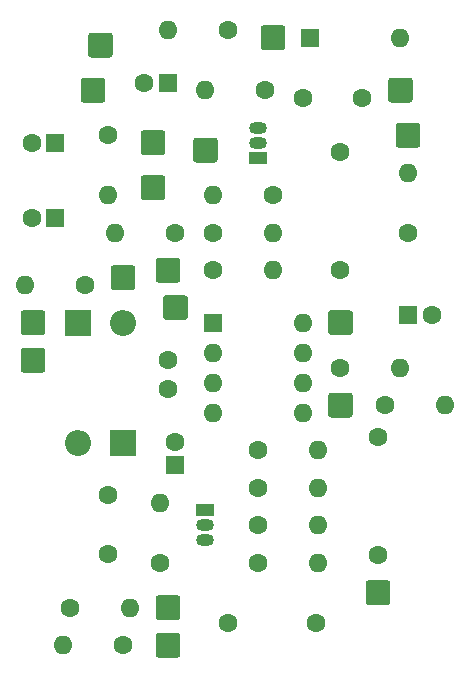
<source format=gbr>
%TF.GenerationSoftware,KiCad,Pcbnew,5.1.9*%
%TF.CreationDate,2021-04-17T23:29:50+02:00*%
%TF.ProjectId,ts908,74733930-382e-46b6-9963-61645f706362,rev?*%
%TF.SameCoordinates,Original*%
%TF.FileFunction,Soldermask,Top*%
%TF.FilePolarity,Negative*%
%FSLAX46Y46*%
G04 Gerber Fmt 4.6, Leading zero omitted, Abs format (unit mm)*
G04 Created by KiCad (PCBNEW 5.1.9) date 2021-04-17 23:29:50*
%MOMM*%
%LPD*%
G01*
G04 APERTURE LIST*
%ADD10C,1.600000*%
%ADD11O,1.600000X1.600000*%
%ADD12R,1.500000X1.050000*%
%ADD13O,1.500000X1.050000*%
%ADD14R,1.600000X1.600000*%
%ADD15O,2.200000X2.200000*%
%ADD16R,2.200000X2.200000*%
G04 APERTURE END LIST*
D10*
%TO.C,C6*%
X237490000Y-127535000D03*
X237490000Y-122535000D03*
%TD*%
%TO.C,DPDT-1*%
G36*
G01*
X244944999Y-92295000D02*
X246545001Y-92295000D01*
G75*
G02*
X246795000Y-92544999I0J-249999D01*
G01*
X246795000Y-94145001D01*
G75*
G02*
X246545001Y-94395000I-249999J0D01*
G01*
X244944999Y-94395000D01*
G75*
G02*
X244695000Y-94145001I0J249999D01*
G01*
X244695000Y-92544999D01*
G75*
G02*
X244944999Y-92295000I249999J0D01*
G01*
G37*
%TD*%
D11*
%TO.C,R16B1*%
X233680000Y-135255000D03*
D10*
X238760000Y-135255000D03*
%TD*%
%TO.C,H3T1*%
G36*
G01*
X242155000Y-107480001D02*
X242155000Y-105879999D01*
G75*
G02*
X242404999Y-105630000I249999J0D01*
G01*
X244005001Y-105630000D01*
G75*
G02*
X244255000Y-105879999I0J-249999D01*
G01*
X244255000Y-107480001D01*
G75*
G02*
X244005001Y-107730000I-249999J0D01*
G01*
X242404999Y-107730000D01*
G75*
G02*
X242155000Y-107480001I0J249999D01*
G01*
G37*
%TD*%
D12*
%TO.C,Q2*%
X250190000Y-93980000D03*
D13*
X250190000Y-91440000D03*
X250190000Y-92710000D03*
%TD*%
D11*
%TO.C,R13*%
X245745000Y-88265000D03*
D10*
X250825000Y-88265000D03*
%TD*%
D11*
%TO.C,R8*%
X251460000Y-103505000D03*
D10*
X246380000Y-103505000D03*
%TD*%
D11*
%TO.C,R5*%
X255270000Y-118745000D03*
D10*
X250190000Y-118745000D03*
%TD*%
%TO.C,C11*%
X231045000Y-99060000D03*
D14*
X233045000Y-99060000D03*
%TD*%
%TO.C,C2*%
X233045000Y-92710000D03*
D10*
X231045000Y-92710000D03*
%TD*%
%TO.C,C4*%
X243205000Y-118015000D03*
D14*
X243205000Y-120015000D03*
%TD*%
D10*
%TO.C,C9*%
X264890000Y-107315000D03*
D14*
X262890000Y-107315000D03*
%TD*%
D10*
%TO.C,C1*%
X240570000Y-87630000D03*
D14*
X242570000Y-87630000D03*
%TD*%
D10*
%TO.C,C7*%
X257175000Y-93505000D03*
X257175000Y-103505000D03*
%TD*%
%TO.C,RIGHT1*%
G36*
G01*
X261400000Y-130009999D02*
X261400000Y-131610001D01*
G75*
G02*
X261150001Y-131860000I-249999J0D01*
G01*
X259549999Y-131860000D01*
G75*
G02*
X259300000Y-131610001I0J249999D01*
G01*
X259300000Y-130009999D01*
G75*
G02*
X259549999Y-129760000I249999J0D01*
G01*
X261150001Y-129760000D01*
G75*
G02*
X261400000Y-130009999I0J-249999D01*
G01*
G37*
%TD*%
D11*
%TO.C,R15B1*%
X237490000Y-97155000D03*
D10*
X237490000Y-92075000D03*
%TD*%
D11*
%TO.C,R16A1*%
X239395000Y-132080000D03*
D10*
X234315000Y-132080000D03*
%TD*%
D12*
%TO.C,Q1*%
X245745000Y-123825000D03*
D13*
X245745000Y-126365000D03*
X245745000Y-125095000D03*
%TD*%
%TO.C,H1T1*%
G36*
G01*
X257975001Y-109000000D02*
X256374999Y-109000000D01*
G75*
G02*
X256125000Y-108750001I0J249999D01*
G01*
X256125000Y-107149999D01*
G75*
G02*
X256374999Y-106900000I249999J0D01*
G01*
X257975001Y-106900000D01*
G75*
G02*
X258225000Y-107149999I0J-249999D01*
G01*
X258225000Y-108750001D01*
G75*
G02*
X257975001Y-109000000I-249999J0D01*
G01*
G37*
%TD*%
%TO.C,DPDT-2*%
G36*
G01*
X241520000Y-136055001D02*
X241520000Y-134454999D01*
G75*
G02*
X241769999Y-134205000I249999J0D01*
G01*
X243370001Y-134205000D01*
G75*
G02*
X243620000Y-134454999I0J-249999D01*
G01*
X243620000Y-136055001D01*
G75*
G02*
X243370001Y-136305000I-249999J0D01*
G01*
X241769999Y-136305000D01*
G75*
G02*
X241520000Y-136055001I0J249999D01*
G01*
G37*
%TD*%
D11*
%TO.C,R7*%
X241935000Y-123190000D03*
D10*
X241935000Y-128270000D03*
%TD*%
%TO.C,LEFT-D1*%
G36*
G01*
X242100001Y-97570000D02*
X240499999Y-97570000D01*
G75*
G02*
X240250000Y-97320001I0J249999D01*
G01*
X240250000Y-95719999D01*
G75*
G02*
X240499999Y-95470000I249999J0D01*
G01*
X242100001Y-95470000D01*
G75*
G02*
X242350000Y-95719999I0J-249999D01*
G01*
X242350000Y-97320001D01*
G75*
G02*
X242100001Y-97570000I-249999J0D01*
G01*
G37*
%TD*%
D11*
%TO.C,R15A1*%
X238125000Y-100330000D03*
D10*
X243205000Y-100330000D03*
%TD*%
%TO.C,RIGHT2*%
G36*
G01*
X239560001Y-105190000D02*
X237959999Y-105190000D01*
G75*
G02*
X237710000Y-104940001I0J249999D01*
G01*
X237710000Y-103339999D01*
G75*
G02*
X237959999Y-103090000I249999J0D01*
G01*
X239560001Y-103090000D01*
G75*
G02*
X239810000Y-103339999I0J-249999D01*
G01*
X239810000Y-104940001D01*
G75*
G02*
X239560001Y-105190000I-249999J0D01*
G01*
G37*
%TD*%
%TO.C,TIP1*%
G36*
G01*
X250410000Y-84620001D02*
X250410000Y-83019999D01*
G75*
G02*
X250659999Y-82770000I249999J0D01*
G01*
X252260001Y-82770000D01*
G75*
G02*
X252510000Y-83019999I0J-249999D01*
G01*
X252510000Y-84620001D01*
G75*
G02*
X252260001Y-84870000I-249999J0D01*
G01*
X250659999Y-84870000D01*
G75*
G02*
X250410000Y-84620001I0J249999D01*
G01*
G37*
%TD*%
D11*
%TO.C,R1*%
X242570000Y-83185000D03*
D10*
X247650000Y-83185000D03*
%TD*%
D15*
%TO.C,D3*%
X234950000Y-118110000D03*
D16*
X234950000Y-107950000D03*
%TD*%
%TO.C,DPDT2*%
G36*
G01*
X241520000Y-132880001D02*
X241520000Y-131279999D01*
G75*
G02*
X241769999Y-131030000I249999J0D01*
G01*
X243370001Y-131030000D01*
G75*
G02*
X243620000Y-131279999I0J-249999D01*
G01*
X243620000Y-132880001D01*
G75*
G02*
X243370001Y-133130000I-249999J0D01*
G01*
X241769999Y-133130000D01*
G75*
G02*
X241520000Y-132880001I0J249999D01*
G01*
G37*
%TD*%
D11*
%TO.C,R3*%
X255270000Y-128270000D03*
D10*
X250190000Y-128270000D03*
%TD*%
%TO.C,SLEEVE1*%
G36*
G01*
X235805000Y-85255001D02*
X235805000Y-83654999D01*
G75*
G02*
X236054999Y-83405000I249999J0D01*
G01*
X237655001Y-83405000D01*
G75*
G02*
X237905000Y-83654999I0J-249999D01*
G01*
X237905000Y-85255001D01*
G75*
G02*
X237655001Y-85505000I-249999J0D01*
G01*
X236054999Y-85505000D01*
G75*
G02*
X235805000Y-85255001I0J249999D01*
G01*
G37*
%TD*%
%TO.C,H3D1*%
G36*
G01*
X230090000Y-111925001D02*
X230090000Y-110324999D01*
G75*
G02*
X230339999Y-110075000I249999J0D01*
G01*
X231940001Y-110075000D01*
G75*
G02*
X232190000Y-110324999I0J-249999D01*
G01*
X232190000Y-111925001D01*
G75*
G02*
X231940001Y-112175000I-249999J0D01*
G01*
X230339999Y-112175000D01*
G75*
G02*
X230090000Y-111925001I0J249999D01*
G01*
G37*
%TD*%
%TO.C,H2V1*%
G36*
G01*
X263055001Y-89315000D02*
X261454999Y-89315000D01*
G75*
G02*
X261205000Y-89065001I0J249999D01*
G01*
X261205000Y-87464999D01*
G75*
G02*
X261454999Y-87215000I249999J0D01*
G01*
X263055001Y-87215000D01*
G75*
G02*
X263305000Y-87464999I0J-249999D01*
G01*
X263305000Y-89065001D01*
G75*
G02*
X263055001Y-89315000I-249999J0D01*
G01*
G37*
%TD*%
D11*
%TO.C,R10*%
X266065000Y-114935000D03*
D10*
X260985000Y-114935000D03*
%TD*%
%TO.C,RIGHT-D1*%
G36*
G01*
X242100001Y-93760000D02*
X240499999Y-93760000D01*
G75*
G02*
X240250000Y-93510001I0J249999D01*
G01*
X240250000Y-91909999D01*
G75*
G02*
X240499999Y-91660000I249999J0D01*
G01*
X242100001Y-91660000D01*
G75*
G02*
X242350000Y-91909999I0J-249999D01*
G01*
X242350000Y-93510001D01*
G75*
G02*
X242100001Y-93760000I-249999J0D01*
G01*
G37*
%TD*%
%TO.C,C5*%
X242570000Y-113605000D03*
X242570000Y-111105000D03*
%TD*%
D11*
%TO.C,R4*%
X255270000Y-125095000D03*
D10*
X250190000Y-125095000D03*
%TD*%
D11*
%TO.C,D1*%
X262255000Y-83820000D03*
D14*
X254635000Y-83820000D03*
%TD*%
%TO.C,H2D1*%
G36*
G01*
X230090000Y-108750001D02*
X230090000Y-107149999D01*
G75*
G02*
X230339999Y-106900000I249999J0D01*
G01*
X231940001Y-106900000D01*
G75*
G02*
X232190000Y-107149999I0J-249999D01*
G01*
X232190000Y-108750001D01*
G75*
G02*
X231940001Y-109000000I-249999J0D01*
G01*
X230339999Y-109000000D01*
G75*
G02*
X230090000Y-108750001I0J249999D01*
G01*
G37*
%TD*%
%TO.C,H3V1*%
G36*
G01*
X235419999Y-87215000D02*
X237020001Y-87215000D01*
G75*
G02*
X237270000Y-87464999I0J-249999D01*
G01*
X237270000Y-89065001D01*
G75*
G02*
X237020001Y-89315000I-249999J0D01*
G01*
X235419999Y-89315000D01*
G75*
G02*
X235170000Y-89065001I0J249999D01*
G01*
X235170000Y-87464999D01*
G75*
G02*
X235419999Y-87215000I249999J0D01*
G01*
G37*
%TD*%
D11*
%TO.C,R11*%
X262255000Y-111760000D03*
D10*
X257175000Y-111760000D03*
%TD*%
D11*
%TO.C,U1*%
X254000000Y-107950000D03*
X246380000Y-115570000D03*
X254000000Y-110490000D03*
X246380000Y-113030000D03*
X254000000Y-113030000D03*
X246380000Y-110490000D03*
X254000000Y-115570000D03*
D14*
X246380000Y-107950000D03*
%TD*%
D10*
%TO.C,C10*%
X259000000Y-88900000D03*
X254000000Y-88900000D03*
%TD*%
%TO.C,C3*%
X255130000Y-133350000D03*
X247630000Y-133350000D03*
%TD*%
D11*
%TO.C,R6*%
X230505000Y-104775000D03*
D10*
X235585000Y-104775000D03*
%TD*%
%TO.C,H2T1*%
G36*
G01*
X256125000Y-115735001D02*
X256125000Y-114134999D01*
G75*
G02*
X256374999Y-113885000I249999J0D01*
G01*
X257975001Y-113885000D01*
G75*
G02*
X258225000Y-114134999I0J-249999D01*
G01*
X258225000Y-115735001D01*
G75*
G02*
X257975001Y-115985000I-249999J0D01*
G01*
X256374999Y-115985000D01*
G75*
G02*
X256125000Y-115735001I0J249999D01*
G01*
G37*
%TD*%
D11*
%TO.C,R12*%
X262890000Y-95250000D03*
D10*
X262890000Y-100330000D03*
%TD*%
%TO.C,H1V1*%
G36*
G01*
X263690001Y-93125000D02*
X262089999Y-93125000D01*
G75*
G02*
X261840000Y-92875001I0J249999D01*
G01*
X261840000Y-91274999D01*
G75*
G02*
X262089999Y-91025000I249999J0D01*
G01*
X263690001Y-91025000D01*
G75*
G02*
X263940000Y-91274999I0J-249999D01*
G01*
X263940000Y-92875001D01*
G75*
G02*
X263690001Y-93125000I-249999J0D01*
G01*
G37*
%TD*%
%TO.C,COMMON-D2*%
G36*
G01*
X243620000Y-102704999D02*
X243620000Y-104305001D01*
G75*
G02*
X243370001Y-104555000I-249999J0D01*
G01*
X241769999Y-104555000D01*
G75*
G02*
X241520000Y-104305001I0J249999D01*
G01*
X241520000Y-102704999D01*
G75*
G02*
X241769999Y-102455000I249999J0D01*
G01*
X243370001Y-102455000D01*
G75*
G02*
X243620000Y-102704999I0J-249999D01*
G01*
G37*
%TD*%
D11*
%TO.C,R9*%
X251460000Y-100330000D03*
D10*
X246380000Y-100330000D03*
%TD*%
D11*
%TO.C,R14*%
X246380000Y-97155000D03*
D10*
X251460000Y-97155000D03*
%TD*%
D11*
%TO.C,R17*%
X255270000Y-121920000D03*
D10*
X250190000Y-121920000D03*
%TD*%
%TO.C,C8*%
X260350000Y-117635000D03*
X260350000Y-127635000D03*
%TD*%
D15*
%TO.C,D2*%
X238760000Y-107950000D03*
D16*
X238760000Y-118110000D03*
%TD*%
M02*

</source>
